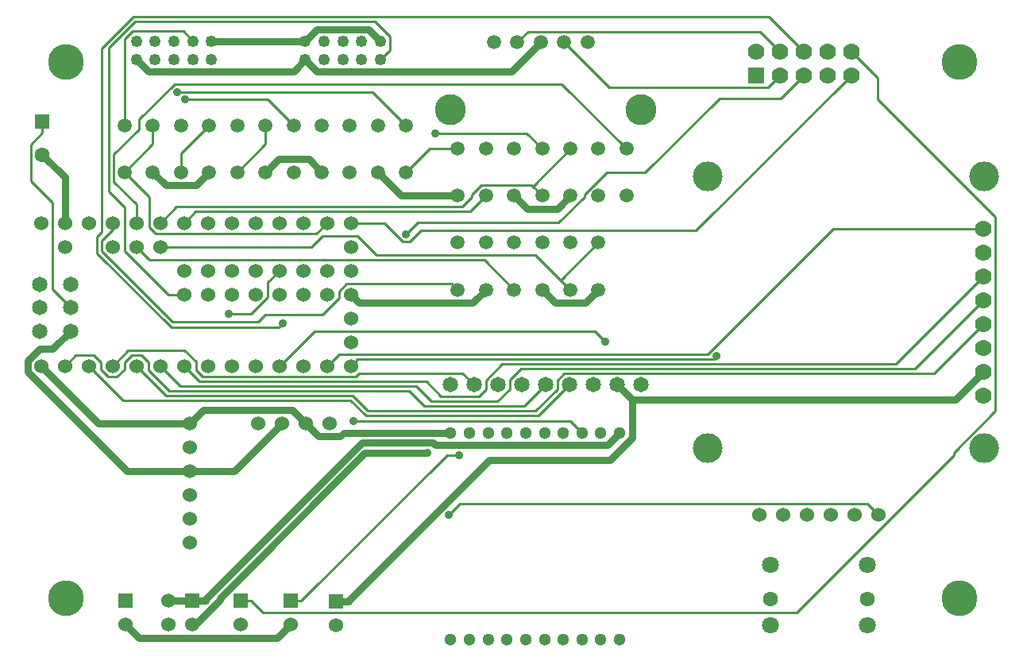
<source format=gtl>
G04 (created by PCBNEW (2013-jul-07)-stable) date Tue 28 Apr 2015 09:29:23 AM PDT*
%MOIN*%
G04 Gerber Fmt 3.4, Leading zero omitted, Abs format*
%FSLAX34Y34*%
G01*
G70*
G90*
G04 APERTURE LIST*
%ADD10C,0.00590551*%
%ADD11C,0.0511811*%
%ADD12C,0.06*%
%ADD13R,0.06X0.06*%
%ADD14C,0.0629921*%
%ADD15C,0.0708661*%
%ADD16C,0.065*%
%ADD17C,0.13*%
%ADD18C,0.07*%
%ADD19C,0.125*%
%ADD20R,0.063X0.063*%
%ADD21C,0.063*%
%ADD22R,0.07X0.07*%
%ADD23C,0.0590551*%
%ADD24C,0.0492126*%
%ADD25C,0.15*%
%ADD26C,0.035*%
%ADD27C,0.03*%
%ADD28C,0.01*%
G04 APERTURE END LIST*
G54D10*
G54D11*
X35728Y-28051D03*
X34940Y-28051D03*
X34153Y-28051D03*
X33366Y-28051D03*
X32578Y-28051D03*
X31791Y-28051D03*
X31003Y-28051D03*
X30216Y-28051D03*
X29429Y-28051D03*
X28641Y-28051D03*
X28641Y-36712D03*
X29429Y-36712D03*
X30216Y-36712D03*
X31003Y-36712D03*
X31791Y-36712D03*
X32578Y-36712D03*
X33366Y-36712D03*
X34153Y-36712D03*
X34940Y-36712D03*
X35728Y-36712D03*
G54D12*
X41594Y-31496D03*
X42594Y-31496D03*
X43594Y-31496D03*
X44594Y-31496D03*
X45594Y-31496D03*
X46594Y-31496D03*
X20550Y-27650D03*
X21550Y-27650D03*
X22550Y-27650D03*
X23550Y-27650D03*
G54D13*
X17807Y-35100D03*
G54D12*
X17807Y-36100D03*
X16807Y-35100D03*
X16807Y-36100D03*
G54D13*
X21920Y-35100D03*
G54D12*
X21920Y-36100D03*
G54D13*
X23818Y-35129D03*
G54D12*
X23818Y-36129D03*
G54D13*
X19815Y-35100D03*
G54D12*
X19815Y-36100D03*
X17700Y-27650D03*
X17700Y-28650D03*
X17700Y-29650D03*
X17700Y-30650D03*
X17700Y-31650D03*
X17700Y-32650D03*
G54D14*
X42066Y-35039D03*
X46122Y-35039D03*
G54D15*
X42066Y-33582D03*
X42070Y-36141D03*
X46122Y-33582D03*
X46122Y-36141D03*
G54D16*
X12700Y-23780D03*
X12700Y-22800D03*
X12700Y-21820D03*
X11400Y-21820D03*
X11400Y-22800D03*
X11400Y-23780D03*
X28618Y-26043D03*
X29618Y-26043D03*
X30618Y-26043D03*
X31618Y-26043D03*
X32618Y-26043D03*
X33618Y-26043D03*
X34618Y-26043D03*
X35618Y-26043D03*
G54D17*
X28618Y-14483D03*
X36618Y-14483D03*
G54D16*
X36618Y-26043D03*
G54D18*
X51000Y-19500D03*
X51000Y-20500D03*
X51000Y-21500D03*
X51000Y-22500D03*
X51000Y-23500D03*
X51000Y-24500D03*
X51000Y-25500D03*
X51000Y-26500D03*
G54D19*
X51030Y-17290D03*
X51030Y-28710D03*
X39410Y-17290D03*
X39410Y-28710D03*
G54D20*
X11500Y-15011D03*
G54D21*
X11500Y-16389D03*
G54D13*
X15000Y-35100D03*
G54D12*
X15000Y-36100D03*
G54D22*
X41450Y-13050D03*
G54D18*
X41450Y-12050D03*
X42450Y-13050D03*
X42450Y-12050D03*
X43450Y-13050D03*
X43450Y-12050D03*
X44450Y-13050D03*
X44450Y-12050D03*
X45450Y-13050D03*
X45450Y-12050D03*
G54D12*
X11450Y-25250D03*
X12450Y-25250D03*
X13450Y-25250D03*
X14450Y-25250D03*
X15450Y-25250D03*
X16450Y-25250D03*
X17450Y-25250D03*
X18450Y-25250D03*
X19450Y-25250D03*
X20450Y-25250D03*
X21450Y-25250D03*
X22450Y-25250D03*
X23450Y-25250D03*
X24450Y-25250D03*
X24450Y-24250D03*
X24450Y-23250D03*
X24450Y-22250D03*
X24450Y-21250D03*
X24450Y-20250D03*
X24450Y-19250D03*
X23450Y-19250D03*
X22450Y-19250D03*
X21450Y-19250D03*
X20450Y-19250D03*
X19450Y-19250D03*
X18450Y-19250D03*
X17450Y-19250D03*
X16450Y-19250D03*
X15450Y-19250D03*
X14450Y-19250D03*
X13450Y-19250D03*
X12450Y-19250D03*
X11450Y-19250D03*
X17450Y-22250D03*
X18450Y-22250D03*
X19450Y-22250D03*
X20450Y-22250D03*
X21450Y-22250D03*
X22450Y-22250D03*
X23450Y-22250D03*
X23450Y-21250D03*
X22450Y-21250D03*
X21450Y-21250D03*
X20450Y-21250D03*
X19450Y-21250D03*
X18450Y-21250D03*
X17450Y-21250D03*
X16450Y-20250D03*
X15450Y-20250D03*
X14450Y-20250D03*
X12450Y-20250D03*
G54D23*
X16141Y-15157D03*
X16141Y-17125D03*
X17322Y-15157D03*
X17322Y-17125D03*
X18503Y-15157D03*
X18503Y-17125D03*
X19685Y-15157D03*
X19685Y-17125D03*
X20866Y-15157D03*
X20866Y-17125D03*
X22047Y-15157D03*
X22047Y-17125D03*
X23228Y-15157D03*
X23228Y-17125D03*
X24409Y-15157D03*
X24409Y-17125D03*
X25590Y-15157D03*
X25590Y-17125D03*
X26771Y-15157D03*
X26771Y-17125D03*
X28937Y-16141D03*
X28937Y-18110D03*
X14960Y-15157D03*
X14960Y-17125D03*
X31299Y-16141D03*
X31299Y-18110D03*
X32480Y-16141D03*
X32480Y-18110D03*
X33661Y-16141D03*
X33661Y-18110D03*
X34842Y-16141D03*
X34842Y-18110D03*
X36023Y-16141D03*
X36023Y-18110D03*
X28937Y-20078D03*
X28937Y-22047D03*
X30118Y-20078D03*
X30118Y-22047D03*
X31299Y-20078D03*
X31299Y-22047D03*
X32480Y-20078D03*
X32480Y-22047D03*
X33661Y-20078D03*
X33661Y-22047D03*
X34842Y-20078D03*
X34842Y-22047D03*
X30118Y-16141D03*
X30118Y-18110D03*
G54D24*
X22539Y-12401D03*
X22539Y-11614D03*
X23326Y-12401D03*
X23326Y-11614D03*
X24114Y-12401D03*
X24114Y-11614D03*
X24901Y-12401D03*
X24901Y-11614D03*
X25688Y-12401D03*
X25688Y-11614D03*
X15452Y-12401D03*
X15452Y-11614D03*
X16240Y-12401D03*
X16240Y-11614D03*
X17027Y-12401D03*
X17027Y-11614D03*
X17814Y-12401D03*
X17814Y-11614D03*
X18602Y-12401D03*
X18602Y-11614D03*
G54D23*
X30452Y-11673D03*
X31437Y-11673D03*
X32421Y-11673D03*
X33405Y-11673D03*
X34389Y-11673D03*
G54D25*
X12500Y-12500D03*
X12500Y-35000D03*
X50000Y-12500D03*
X50000Y-35000D03*
G54D26*
X27675Y-28903D03*
X17498Y-14073D03*
X17171Y-13747D03*
X27989Y-15489D03*
X19316Y-23064D03*
X28550Y-31498D03*
X39804Y-24836D03*
X28988Y-28992D03*
X26776Y-19716D03*
X21582Y-23477D03*
X24565Y-27549D03*
X35137Y-24224D03*
G54D27*
X16807Y-35100D02*
X17807Y-35100D01*
X17807Y-35100D02*
X18357Y-35100D01*
X35217Y-28562D02*
X35728Y-28051D01*
X28008Y-28562D02*
X35217Y-28562D01*
X27896Y-28451D02*
X28008Y-28562D01*
X24924Y-28451D02*
X27896Y-28451D01*
X18357Y-35017D02*
X24924Y-28451D01*
X18357Y-35100D02*
X18357Y-35017D01*
X25038Y-28903D02*
X27675Y-28903D01*
X18953Y-34988D02*
X25038Y-28903D01*
X18953Y-35071D02*
X18953Y-34988D01*
X17924Y-36100D02*
X18953Y-35071D01*
X17807Y-36100D02*
X17924Y-36100D01*
X19550Y-29650D02*
X17700Y-29650D01*
X21550Y-27650D02*
X19550Y-29650D01*
X15050Y-29650D02*
X17700Y-29650D01*
X10899Y-25498D02*
X15050Y-29650D01*
X10899Y-25021D02*
X10899Y-25498D01*
X11379Y-24540D02*
X10899Y-25021D01*
X11939Y-24540D02*
X11379Y-24540D01*
X12700Y-23780D02*
X11939Y-24540D01*
X22043Y-12897D02*
X22539Y-12401D01*
X15948Y-12897D02*
X22043Y-12897D01*
X15452Y-12401D02*
X15948Y-12897D01*
X23035Y-12897D02*
X22539Y-12401D01*
X31196Y-12897D02*
X23035Y-12897D01*
X32421Y-11673D02*
X31196Y-12897D01*
X49827Y-26672D02*
X36247Y-26672D01*
X51000Y-25500D02*
X49827Y-26672D01*
X36247Y-26672D02*
X35618Y-26043D01*
X23818Y-35129D02*
X24369Y-35129D01*
X24369Y-35079D02*
X24369Y-35129D01*
X30258Y-29189D02*
X24369Y-35079D01*
X35326Y-29189D02*
X30258Y-29189D01*
X36247Y-28268D02*
X35326Y-29189D01*
X36247Y-26672D02*
X36247Y-28268D01*
G54D28*
X17322Y-16338D02*
X17322Y-17125D01*
X18503Y-15157D02*
X17322Y-16338D01*
X20962Y-14073D02*
X17498Y-14073D01*
X22047Y-15157D02*
X20962Y-14073D01*
X25362Y-13747D02*
X17171Y-13747D01*
X26771Y-15157D02*
X25362Y-13747D01*
X27755Y-16141D02*
X26771Y-17125D01*
X28937Y-16141D02*
X27755Y-16141D01*
X31828Y-15489D02*
X27989Y-15489D01*
X32480Y-16141D02*
X31828Y-15489D01*
X33661Y-16141D02*
X32086Y-17716D01*
X32480Y-18110D02*
X32086Y-17716D01*
X17139Y-18560D02*
X16450Y-19250D01*
X29121Y-18560D02*
X17139Y-18560D01*
X29527Y-18154D02*
X29121Y-18560D01*
X29527Y-18070D02*
X29527Y-18154D01*
X29940Y-17657D02*
X29527Y-18070D01*
X32027Y-17657D02*
X29940Y-17657D01*
X32086Y-17716D02*
X32027Y-17657D01*
X14450Y-19543D02*
X14450Y-19250D01*
X13993Y-19999D02*
X14450Y-19543D01*
X13993Y-20431D02*
X13993Y-19999D01*
X16962Y-23400D02*
X13993Y-20431D01*
X20547Y-23400D02*
X16962Y-23400D01*
X20856Y-23090D02*
X20547Y-23400D01*
X23266Y-23090D02*
X20856Y-23090D01*
X23950Y-22406D02*
X23266Y-23090D01*
X23950Y-22113D02*
X23950Y-22406D01*
X24263Y-21799D02*
X23950Y-22113D01*
X28689Y-21799D02*
X24263Y-21799D01*
X28937Y-22047D02*
X28689Y-21799D01*
X34842Y-20078D02*
X33267Y-21653D01*
X33661Y-22047D02*
X33267Y-21653D01*
X32202Y-20587D02*
X33267Y-21653D01*
X25533Y-20587D02*
X32202Y-20587D01*
X24742Y-19796D02*
X25533Y-20587D01*
X23245Y-19796D02*
X24742Y-19796D01*
X22792Y-20250D02*
X23245Y-19796D01*
X16450Y-20250D02*
X22792Y-20250D01*
X46561Y-13161D02*
X45450Y-12050D01*
X46561Y-14052D02*
X46561Y-13161D01*
X51504Y-18995D02*
X46561Y-14052D01*
X51504Y-27124D02*
X51504Y-18995D01*
X49745Y-28884D02*
X51504Y-27124D01*
X49745Y-28981D02*
X49745Y-28884D01*
X43146Y-35580D02*
X49745Y-28981D01*
X20746Y-35580D02*
X43146Y-35580D01*
X20265Y-35100D02*
X20746Y-35580D01*
X19815Y-35100D02*
X20265Y-35100D01*
X20276Y-23064D02*
X19316Y-23064D01*
X20964Y-22376D02*
X20276Y-23064D01*
X20964Y-21735D02*
X20964Y-22376D01*
X21450Y-21250D02*
X20964Y-21735D01*
X15104Y-24595D02*
X14450Y-25250D01*
X17466Y-24595D02*
X15104Y-24595D01*
X17950Y-25078D02*
X17466Y-24595D01*
X17950Y-25426D02*
X17950Y-25078D01*
X18223Y-25700D02*
X17950Y-25426D01*
X24650Y-25700D02*
X18223Y-25700D01*
X24788Y-25561D02*
X24650Y-25700D01*
X29136Y-25561D02*
X24788Y-25561D01*
X29618Y-26043D02*
X29136Y-25561D01*
X14900Y-26700D02*
X13450Y-25250D01*
X24440Y-26700D02*
X14900Y-26700D01*
X25081Y-27341D02*
X24440Y-26700D01*
X32319Y-27341D02*
X25081Y-27341D01*
X33618Y-26043D02*
X32319Y-27341D01*
X31719Y-26941D02*
X32618Y-26043D01*
X27534Y-26941D02*
X31719Y-26941D01*
X26893Y-26300D02*
X27534Y-26941D01*
X16837Y-26300D02*
X26893Y-26300D01*
X15950Y-25412D02*
X16837Y-26300D01*
X15950Y-25084D02*
X15950Y-25412D01*
X15660Y-24795D02*
X15950Y-25084D01*
X15263Y-24795D02*
X15660Y-24795D01*
X14950Y-25108D02*
X15263Y-24795D01*
X14950Y-25386D02*
X14950Y-25108D01*
X14626Y-25710D02*
X14950Y-25386D01*
X14269Y-25710D02*
X14626Y-25710D01*
X13950Y-25390D02*
X14269Y-25710D01*
X13950Y-25101D02*
X13950Y-25390D01*
X13644Y-24795D02*
X13950Y-25101D01*
X12904Y-24795D02*
X13644Y-24795D01*
X12450Y-25250D02*
X12904Y-24795D01*
X46129Y-31030D02*
X46594Y-31496D01*
X29018Y-31030D02*
X46129Y-31030D01*
X28550Y-31498D02*
X29018Y-31030D01*
X16700Y-26500D02*
X15450Y-25250D01*
X24523Y-26500D02*
X16700Y-26500D01*
X25164Y-27141D02*
X24523Y-26500D01*
X32193Y-27141D02*
X25164Y-27141D01*
X33118Y-26217D02*
X32193Y-27141D01*
X33118Y-25852D02*
X33118Y-26217D01*
X33402Y-25568D02*
X33118Y-25852D01*
X48931Y-25568D02*
X33402Y-25568D01*
X51000Y-23500D02*
X48931Y-25568D01*
X18100Y-25900D02*
X17450Y-25250D01*
X27618Y-25900D02*
X18100Y-25900D01*
X28239Y-26521D02*
X27618Y-25900D01*
X29814Y-26521D02*
X28239Y-26521D01*
X30118Y-26217D02*
X29814Y-26521D01*
X30118Y-25852D02*
X30118Y-26217D01*
X30808Y-25161D02*
X30118Y-25852D01*
X47338Y-25161D02*
X30808Y-25161D01*
X51000Y-21500D02*
X47338Y-25161D01*
X17300Y-26100D02*
X16450Y-25250D01*
X27194Y-26100D02*
X17300Y-26100D01*
X27835Y-26741D02*
X27194Y-26100D01*
X30594Y-26741D02*
X27835Y-26741D01*
X31118Y-26217D02*
X30594Y-26741D01*
X31118Y-25840D02*
X31118Y-26217D01*
X31596Y-25361D02*
X31118Y-25840D01*
X48138Y-25361D02*
X31596Y-25361D01*
X51000Y-22500D02*
X48138Y-25361D01*
X24738Y-24961D02*
X24450Y-25250D01*
X39679Y-24961D02*
X24738Y-24961D01*
X39804Y-24836D02*
X39679Y-24961D01*
X23950Y-24750D02*
X23450Y-25250D01*
X39430Y-24750D02*
X23950Y-24750D01*
X44680Y-19500D02*
X39430Y-24750D01*
X51000Y-19500D02*
X44680Y-19500D01*
X21920Y-35100D02*
X22370Y-35100D01*
X28988Y-28992D02*
X28988Y-28992D01*
X28478Y-28992D02*
X28988Y-28992D01*
X22370Y-35100D02*
X28478Y-28992D01*
X41949Y-13550D02*
X42450Y-13050D01*
X35282Y-13550D02*
X41949Y-13550D01*
X33405Y-11673D02*
X35282Y-13550D01*
X41624Y-11224D02*
X42450Y-12050D01*
X31885Y-11224D02*
X41624Y-11224D01*
X31437Y-11673D02*
X31885Y-11224D01*
X38928Y-19571D02*
X45450Y-13050D01*
X27381Y-19571D02*
X38928Y-19571D01*
X26911Y-20041D02*
X27381Y-19571D01*
X26642Y-20041D02*
X26911Y-20041D01*
X25850Y-19250D02*
X26642Y-20041D01*
X24450Y-19250D02*
X25850Y-19250D01*
X27257Y-19235D02*
X26776Y-19716D01*
X33167Y-19235D02*
X27257Y-19235D01*
X34251Y-18151D02*
X33167Y-19235D01*
X34251Y-18060D02*
X34251Y-18151D01*
X35186Y-17125D02*
X34251Y-18060D01*
X36807Y-17125D02*
X35186Y-17125D01*
X39919Y-14013D02*
X36807Y-17125D01*
X42486Y-14013D02*
X39919Y-14013D01*
X43450Y-13050D02*
X42486Y-14013D01*
X21426Y-23632D02*
X21582Y-23477D01*
X16912Y-23632D02*
X21426Y-23632D01*
X13793Y-20514D02*
X16912Y-23632D01*
X13793Y-19817D02*
X13793Y-20514D01*
X13993Y-19616D02*
X13793Y-19817D01*
X13993Y-11931D02*
X13993Y-19616D01*
X15319Y-10605D02*
X13993Y-11931D01*
X42005Y-10605D02*
X15319Y-10605D01*
X43450Y-12050D02*
X42005Y-10605D01*
X26090Y-12000D02*
X25688Y-12401D01*
X26090Y-11437D02*
X26090Y-12000D01*
X25459Y-10805D02*
X26090Y-11437D01*
X15401Y-10805D02*
X25459Y-10805D01*
X14302Y-11905D02*
X15401Y-10805D01*
X14302Y-17935D02*
X14302Y-11905D01*
X14950Y-18582D02*
X14302Y-17935D01*
X14950Y-20413D02*
X14950Y-18582D01*
X16786Y-22250D02*
X14950Y-20413D01*
X17450Y-22250D02*
X16786Y-22250D01*
X17411Y-11210D02*
X17814Y-11614D01*
X15289Y-11210D02*
X17411Y-11210D01*
X14960Y-11539D02*
X15289Y-11210D01*
X14960Y-15157D02*
X14960Y-11539D01*
X16141Y-15944D02*
X14960Y-17125D01*
X16141Y-15157D02*
X16141Y-15944D01*
X22992Y-19707D02*
X23450Y-19250D01*
X16271Y-19707D02*
X22992Y-19707D01*
X15999Y-19436D02*
X16271Y-19707D01*
X15999Y-18165D02*
X15999Y-19436D01*
X14960Y-17125D02*
X15999Y-18165D01*
X20866Y-15944D02*
X19685Y-17125D01*
X20866Y-15157D02*
X20866Y-15944D01*
X17939Y-18760D02*
X17450Y-19250D01*
X29467Y-18760D02*
X17939Y-18760D01*
X30118Y-18110D02*
X29467Y-18760D01*
X33298Y-13416D02*
X36023Y-16141D01*
X17043Y-13416D02*
X33298Y-13416D01*
X15551Y-14908D02*
X17043Y-13416D01*
X15551Y-15322D02*
X15551Y-14908D01*
X14503Y-16370D02*
X15551Y-15322D01*
X14503Y-17521D02*
X14503Y-16370D01*
X15450Y-18468D02*
X14503Y-17521D01*
X15450Y-19250D02*
X15450Y-18468D01*
X15999Y-20799D02*
X15450Y-20250D01*
X30051Y-20799D02*
X15999Y-20799D01*
X31299Y-22047D02*
X30051Y-20799D01*
X33651Y-27549D02*
X34153Y-28051D01*
X24565Y-27549D02*
X33651Y-27549D01*
X34692Y-23779D02*
X35137Y-24224D01*
X22920Y-23779D02*
X34692Y-23779D01*
X21450Y-25250D02*
X22920Y-23779D01*
G54D27*
X18602Y-11614D02*
X22539Y-11614D01*
X12450Y-17339D02*
X11500Y-16389D01*
X12450Y-19250D02*
X12450Y-17339D01*
X13850Y-27650D02*
X17700Y-27650D01*
X11450Y-25250D02*
X13850Y-27650D01*
X21999Y-27099D02*
X22550Y-27650D01*
X18250Y-27099D02*
X21999Y-27099D01*
X17700Y-27650D02*
X18250Y-27099D01*
X16691Y-17675D02*
X16141Y-17125D01*
X17954Y-17675D02*
X16691Y-17675D01*
X18503Y-17125D02*
X17954Y-17675D01*
X23040Y-11112D02*
X22539Y-11614D01*
X25187Y-11112D02*
X23040Y-11112D01*
X25688Y-11614D02*
X25187Y-11112D01*
X21413Y-16578D02*
X20866Y-17125D01*
X22681Y-16578D02*
X21413Y-16578D01*
X23228Y-17125D02*
X22681Y-16578D01*
X24792Y-22592D02*
X24450Y-22250D01*
X29572Y-22592D02*
X24792Y-22592D01*
X30118Y-22047D02*
X29572Y-22592D01*
X26574Y-18110D02*
X28937Y-18110D01*
X25590Y-17125D02*
X26574Y-18110D01*
X33114Y-18657D02*
X33661Y-18110D01*
X31846Y-18657D02*
X33114Y-18657D01*
X31299Y-18110D02*
X31846Y-18657D01*
X34284Y-22605D02*
X34842Y-22047D01*
X33038Y-22605D02*
X34284Y-22605D01*
X32480Y-22047D02*
X33038Y-22605D01*
X21363Y-36656D02*
X21920Y-36100D01*
X15556Y-36656D02*
X21363Y-36656D01*
X15000Y-36100D02*
X15556Y-36656D01*
X23106Y-28206D02*
X22550Y-27650D01*
X24003Y-28206D02*
X23106Y-28206D01*
X24158Y-28051D02*
X24003Y-28206D01*
X28641Y-28051D02*
X24158Y-28051D01*
G54D28*
X11919Y-22019D02*
X12700Y-22800D01*
X11919Y-18379D02*
X11919Y-22019D01*
X11024Y-17485D02*
X11919Y-18379D01*
X11024Y-15951D02*
X11024Y-17485D01*
X11500Y-15476D02*
X11024Y-15951D01*
X11500Y-15010D02*
X11500Y-15476D01*
M02*

</source>
